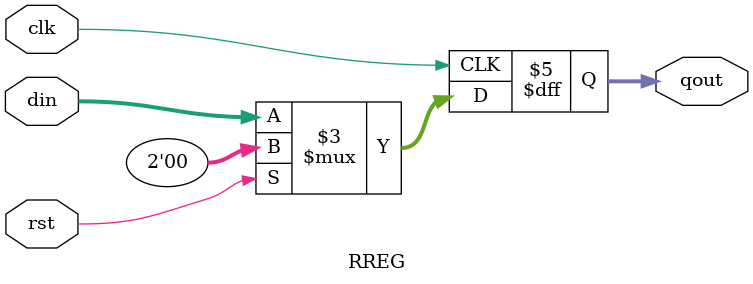
<source format=v>
module RREG (qout, clk, rst, din);
//synchronous reset variable width register 
//active hi reset (rst); 
//only one Q output
//if used as flop, just instantiate with #1

parameter dwidth = 2;
output [dwidth-1:0] qout;
input clk, rst;
input [dwidth-1:0] din; 

reg   [dwidth-1:0] qout;

always @ (posedge clk)
if (rst)
    qout <= 0;
else
    qout <= din; 
endmodule


</source>
